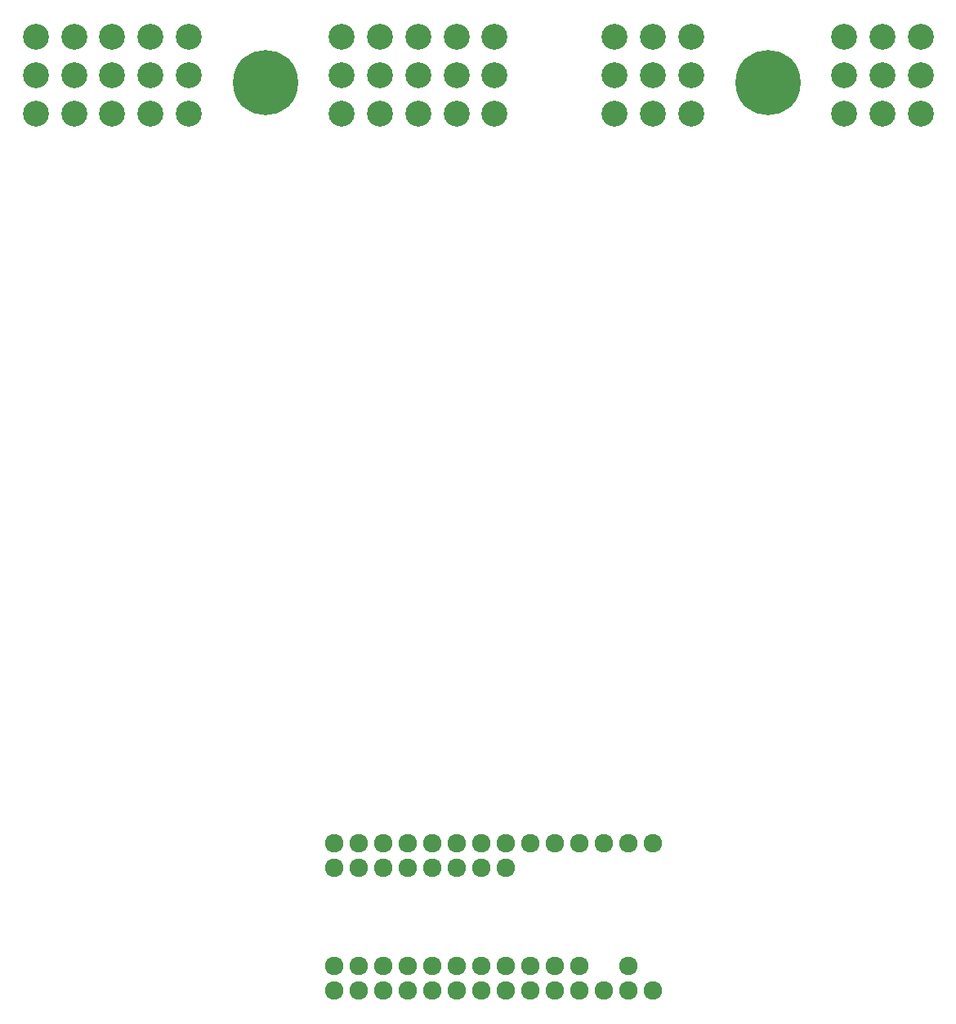
<source format=gbs>
G04 #@! TF.FileFunction,Soldermask,Bot*
%FSLAX46Y46*%
G04 Gerber Fmt 4.6, Leading zero omitted, Abs format (unit mm)*
G04 Created by KiCad (PCBNEW 0.201603210401+6634~43~ubuntu14.04.1-product) date lör  2 apr 2016 12:08:47*
%MOMM*%
G01*
G04 APERTURE LIST*
%ADD10C,0.050000*%
%ADD11C,1.924000*%
%ADD12C,6.750000*%
%ADD13C,2.686000*%
G04 APERTURE END LIST*
D10*
D11*
X145592800Y-126390400D03*
X143052800Y-126390400D03*
X140512800Y-126390400D03*
X137972800Y-126390400D03*
X135432800Y-126390400D03*
X132892800Y-126390400D03*
X130352800Y-126390400D03*
X127812800Y-126390400D03*
X125272800Y-126390400D03*
X122732800Y-126390400D03*
X120192800Y-126390400D03*
X117652800Y-126390400D03*
X115112800Y-126390400D03*
X112572800Y-126390400D03*
X112572800Y-141630400D03*
X115112800Y-141630400D03*
X117652800Y-141630400D03*
X120192800Y-141630400D03*
X122732800Y-141630400D03*
X125272800Y-141630400D03*
X127812800Y-141630400D03*
X130352800Y-141630400D03*
X132892800Y-141630400D03*
X135432800Y-141630400D03*
X137972800Y-141630400D03*
X140512800Y-141630400D03*
X143052800Y-141630400D03*
X145592800Y-141630400D03*
X143052800Y-139090400D03*
X137972800Y-139090400D03*
X130352800Y-128930400D03*
X127812800Y-128930400D03*
X125272800Y-128930400D03*
X122732800Y-128930400D03*
X120192800Y-128930400D03*
X117652800Y-128930400D03*
X115112800Y-128930400D03*
X115112800Y-139090400D03*
X117652800Y-139090400D03*
X120192800Y-139090400D03*
X122732800Y-139090400D03*
X125272800Y-139090400D03*
X127812800Y-139090400D03*
X130352800Y-139090400D03*
X132892800Y-139090400D03*
X135432800Y-139090400D03*
X112572800Y-128930400D03*
X112572800Y-139090400D03*
D12*
X157480000Y-47625000D03*
X105410000Y-47625000D03*
D13*
X149555200Y-42926000D03*
X149555200Y-46913800D03*
X149555200Y-50901600D03*
X145592800Y-42926000D03*
X141630400Y-42926000D03*
X141630400Y-46913800D03*
X145592800Y-46913800D03*
X141630400Y-50901600D03*
X145592800Y-50901600D03*
X165404800Y-50901600D03*
X169367200Y-50901600D03*
X173329600Y-50901600D03*
X165404800Y-46913800D03*
X169367200Y-46913800D03*
X173329600Y-46913800D03*
X165404800Y-42926000D03*
X169367200Y-42926000D03*
X173329600Y-42926000D03*
X97485200Y-42926000D03*
X93522800Y-42926000D03*
X89560400Y-42926000D03*
X85598000Y-42926000D03*
X81635600Y-42926000D03*
X97485200Y-46913800D03*
X93522800Y-46913800D03*
X89560400Y-46913800D03*
X85598000Y-46913800D03*
X81635600Y-46913800D03*
X97485200Y-50901600D03*
X93522800Y-50901600D03*
X89560400Y-50901600D03*
X85598000Y-50901600D03*
X81635600Y-50901600D03*
X113334800Y-42926000D03*
X117297200Y-42926000D03*
X121259600Y-42926000D03*
X125222000Y-42926000D03*
X129184400Y-42926000D03*
X113334800Y-46913800D03*
X117297200Y-46913800D03*
X121259600Y-46913800D03*
X125222000Y-46913800D03*
X129184400Y-46913800D03*
X113334800Y-50901600D03*
X117297200Y-50901600D03*
X121259600Y-50901600D03*
X125222000Y-50901600D03*
X129184400Y-50901600D03*
M02*

</source>
